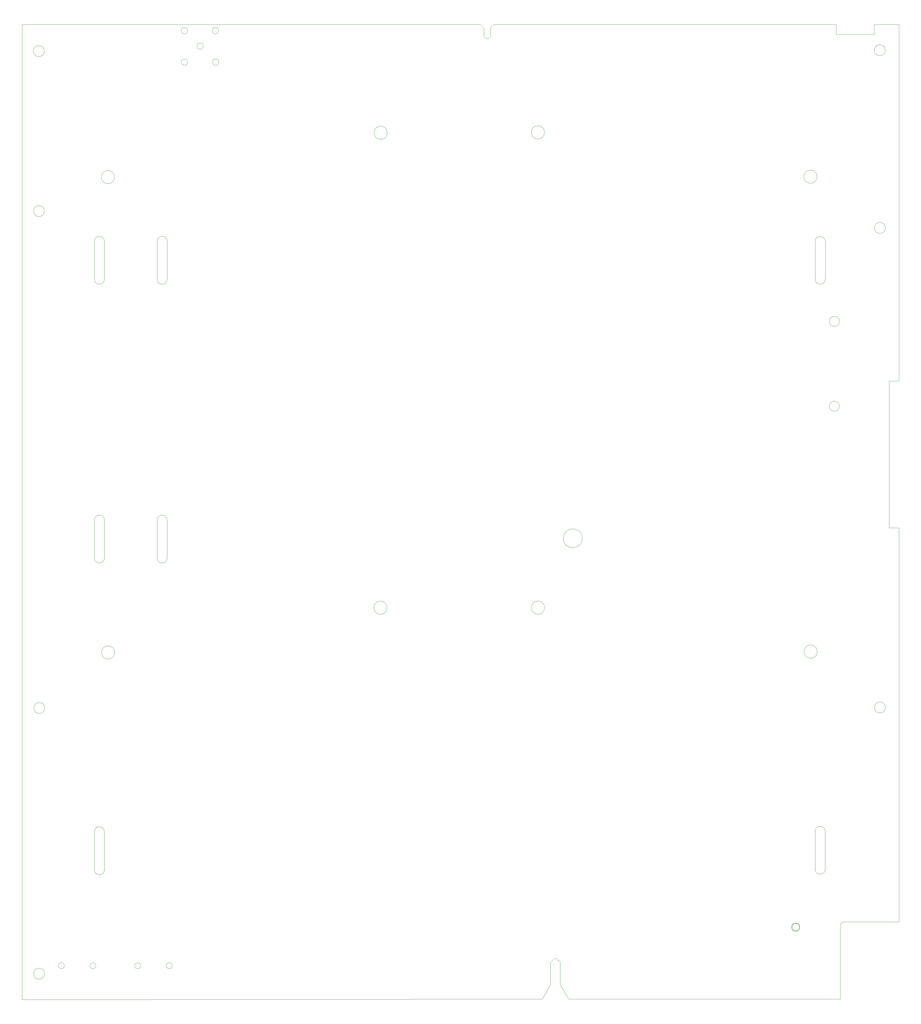
<source format=gbr>
%FSLAX34Y34*%
%MOMM*%
%LNOUTLINE*%
G71*
G01*
%ADD10C,0.150*%
%ADD11C,0.100*%
%LPD*%
G54D10*
G75*
G01X2507042Y-2910108D02*
G03X2507042Y-2910108I-12700J0D01*
G01*
G54D11*
G75*
G01X556457Y-55682D02*
G03X556457Y-55682I-10000J0D01*
G01*
G54D11*
G75*
G01X655517Y-55682D02*
G03X655517Y-55682I-10000J0D01*
G01*
G54D11*
G75*
G01X606464Y-104894D02*
G03X606464Y-104894I-10000J0D01*
G01*
G54D11*
G75*
G01X556656Y-155892D02*
G03X556656Y-155892I-10000J0D01*
G01*
G54D11*
G75*
G01X656271Y-155892D02*
G03X656271Y-155892I-10000J0D01*
G01*
G54D11*
G75*
G01X163884Y-3032918D02*
G03X163884Y-3032918I-9500J0D01*
G01*
G54D11*
G75*
G01X264492Y-3032918D02*
G03X264492Y-3032918I-9500J0D01*
G01*
G54D11*
G75*
G01X407168Y-3032918D02*
G03X407168Y-3032918I-9500J0D01*
G01*
G54D11*
G75*
G01X507776Y-3032918D02*
G03X507776Y-3032918I-9500J0D01*
G01*
G54D11*
G75*
G01X100844Y-630039D02*
G03X100844Y-630039I-17500J0D01*
G01*
G54D11*
G75*
G01X101637Y-2212578D02*
G03X101637Y-2212578I-17500J0D01*
G01*
G54D11*
G75*
G01X101241Y-3058319D02*
G03X101241Y-3058319I-17500J0D01*
G01*
G54D11*
X2822575Y-35719D02*
X2744390Y-35719D01*
X2744390Y-67072D01*
X2623344Y-67072D01*
X2623344Y-35719D01*
X1531541Y-35719D01*
X1522016Y-45244D01*
X1522016Y-73819D01*
X1515269Y-80566D01*
X1507331Y-80566D01*
X1500584Y-73819D01*
X1500584Y-46831D01*
X1489472Y-35719D01*
X29369Y-35719D01*
X29369Y-3140472D01*
X1687116Y-3138884D01*
X1712516Y-3093640D01*
X1712516Y-3022203D01*
X1724025Y-3010694D01*
X1732359Y-3010694D01*
X1743869Y-3022203D01*
X1743869Y-3093640D01*
X1770459Y-3138884D01*
X2636044Y-3138884D01*
X2636044Y-2900759D01*
X2643188Y-2893616D01*
X2823369Y-2893616D01*
X2823369Y-1639094D01*
X2792016Y-1639094D01*
X2792016Y-1171575D01*
X2823369Y-1171575D01*
X2823369Y-35719D01*
X2822575Y-35719D01*
G54D11*
G75*
G01X2779750Y-118070D02*
G03X2779750Y-118070I-17500J0D01*
G01*
G54D11*
G75*
G01X2779948Y-683816D02*
G03X2779948Y-683816I-17500J0D01*
G01*
G54D11*
G75*
G01X2562389Y-520700D02*
G03X2562389Y-520700I-21000J0D01*
G01*
G54D11*
G75*
G01X2633589Y-981075D02*
G03X2633589Y-981075I-16000J0D01*
G01*
G54D11*
G75*
G01X2633589Y-1251347D02*
G03X2633589Y-1251347I-16000J0D01*
G01*
G54D11*
G75*
G01X1814152Y-1672034D02*
G03X1814152Y-1672034I-30000J0D01*
G01*
G54D11*
G75*
G01X2562984Y-2032992D02*
G03X2562984Y-2032992I-21000J0D01*
G01*
G54D11*
G75*
G01X2780147Y-2210792D02*
G03X2780147Y-2210792I-17500J0D01*
G01*
G54D11*
G75*
G01X1694026Y-1892696D02*
G03X1694026Y-1892696I-21000J0D01*
G01*
G54D11*
G75*
G01X1192376Y-1893094D02*
G03X1192376Y-1893094I-21000J0D01*
G01*
G54D11*
G75*
G01X324411Y-2035572D02*
G03X324411Y-2035572I-21000J0D01*
G01*
G54D11*
G75*
G01X323816Y-522089D02*
G03X323816Y-522089I-21000J0D01*
G01*
G54D11*
G75*
G01X100447Y-120849D02*
G03X100447Y-120849I-17500J0D01*
G01*
G54D11*
G75*
G01X1192972Y-380802D02*
G03X1192972Y-380802I-21000J0D01*
G01*
G54D11*
G75*
G01X1693828Y-379612D02*
G03X1693828Y-379612I-21000J0D01*
G01*
G54D11*
G75*
G01X291630Y-726678D02*
G03X259630Y-726678I-16000J0D01*
G01*
G54D11*
G75*
G01X259630Y-847202D02*
G03X291630Y-847202I16000J0D01*
G01*
G54D11*
X259629Y-847202D02*
X259629Y-726678D01*
G54D11*
X291629Y-726678D02*
X291629Y-847202D01*
G54D11*
G75*
G01X491655Y-726678D02*
G03X459655Y-726678I-16000J0D01*
G01*
G54D11*
G75*
G01X459655Y-847202D02*
G03X491655Y-847202I16000J0D01*
G01*
G54D11*
X459654Y-847202D02*
X459654Y-726678D01*
G54D11*
X491654Y-726678D02*
X491654Y-847202D01*
G54D11*
G75*
G01X291630Y-1614090D02*
G03X259630Y-1614090I-16000J0D01*
G01*
G54D11*
G75*
G01X259630Y-1734615D02*
G03X291630Y-1734615I16000J0D01*
G01*
G54D11*
X259629Y-1734615D02*
X259629Y-1614090D01*
G54D11*
X291629Y-1614090D02*
X291629Y-1734615D01*
G54D11*
G75*
G01X491581Y-1614090D02*
G03X459581Y-1614090I-16000J0D01*
G01*
G54D11*
G75*
G01X459581Y-1734616D02*
G03X491581Y-1734616I16000J0D01*
G01*
G54D11*
X459581Y-1734616D02*
X459581Y-1614090D01*
G54D11*
X491581Y-1614090D02*
X491581Y-1734616D01*
G54D11*
G75*
G01X291630Y-2606667D02*
G03X259630Y-2606667I-16000J0D01*
G01*
G54D11*
G75*
G01X259630Y-2727192D02*
G03X291630Y-2727192I16000J0D01*
G01*
G54D11*
X259629Y-2727192D02*
X259629Y-2606667D01*
G54D11*
X291629Y-2606667D02*
X291629Y-2727192D01*
G54D11*
G75*
G01X2588272Y-2605088D02*
G03X2556272Y-2605088I-16000J0D01*
G01*
G54D11*
G75*
G01X2556272Y-2725612D02*
G03X2588272Y-2725612I16000J0D01*
G01*
G54D11*
X2556272Y-2725612D02*
X2556272Y-2605088D01*
G54D11*
X2588272Y-2605088D02*
X2588272Y-2725612D01*
G54D11*
G75*
G01X2588350Y-726678D02*
G03X2556350Y-726678I-16000J0D01*
G01*
G54D11*
G75*
G01X2556350Y-847202D02*
G03X2588350Y-847202I16000J0D01*
G01*
G54D11*
X2556349Y-847202D02*
X2556349Y-726678D01*
G54D11*
X2588349Y-726678D02*
X2588349Y-847202D01*
M02*

</source>
